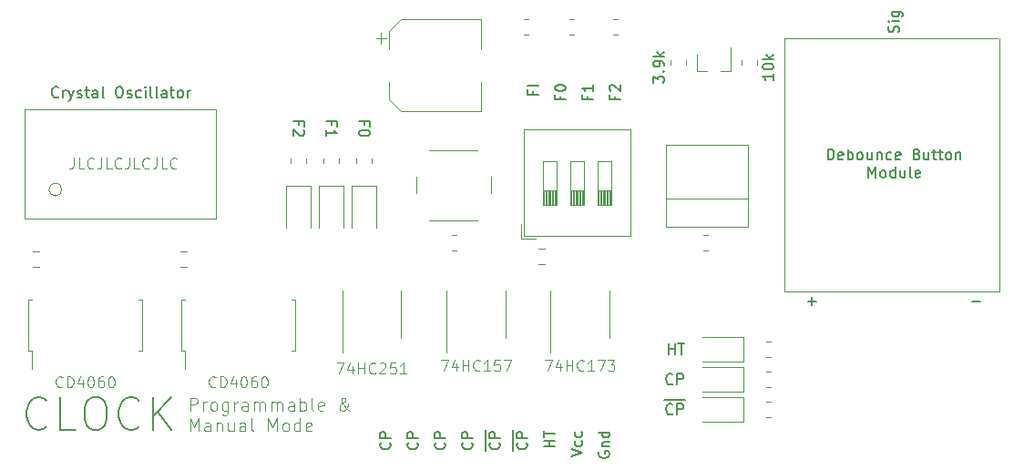
<source format=gbr>
%TF.GenerationSoftware,KiCad,Pcbnew,(5.1.10-1-10_14)*%
%TF.CreationDate,2021-11-14T12:00:46-05:00*%
%TF.ProjectId,clockv2,636c6f63-6b76-4322-9e6b-696361645f70,rev?*%
%TF.SameCoordinates,Original*%
%TF.FileFunction,Legend,Top*%
%TF.FilePolarity,Positive*%
%FSLAX46Y46*%
G04 Gerber Fmt 4.6, Leading zero omitted, Abs format (unit mm)*
G04 Created by KiCad (PCBNEW (5.1.10-1-10_14)) date 2021-11-14 12:00:46*
%MOMM*%
%LPD*%
G01*
G04 APERTURE LIST*
%ADD10C,0.150000*%
%ADD11C,0.100000*%
%ADD12C,0.120000*%
G04 APERTURE END LIST*
D10*
X238466380Y-38197119D02*
X238466380Y-37578071D01*
X238847333Y-37911404D01*
X238847333Y-37768547D01*
X238894952Y-37673309D01*
X238942571Y-37625690D01*
X239037809Y-37578071D01*
X239275904Y-37578071D01*
X239371142Y-37625690D01*
X239418761Y-37673309D01*
X239466380Y-37768547D01*
X239466380Y-38054261D01*
X239418761Y-38149500D01*
X239371142Y-38197119D01*
X239371142Y-37149500D02*
X239418761Y-37101880D01*
X239466380Y-37149500D01*
X239418761Y-37197119D01*
X239371142Y-37149500D01*
X239466380Y-37149500D01*
X239466380Y-36625690D02*
X239466380Y-36435214D01*
X239418761Y-36339976D01*
X239371142Y-36292357D01*
X239228285Y-36197119D01*
X239037809Y-36149500D01*
X238656857Y-36149500D01*
X238561619Y-36197119D01*
X238514000Y-36244738D01*
X238466380Y-36339976D01*
X238466380Y-36530452D01*
X238514000Y-36625690D01*
X238561619Y-36673309D01*
X238656857Y-36720928D01*
X238894952Y-36720928D01*
X238990190Y-36673309D01*
X239037809Y-36625690D01*
X239085428Y-36530452D01*
X239085428Y-36339976D01*
X239037809Y-36244738D01*
X238990190Y-36197119D01*
X238894952Y-36149500D01*
X239466380Y-35720928D02*
X238466380Y-35720928D01*
X239085428Y-35625690D02*
X239466380Y-35339976D01*
X238799714Y-35339976D02*
X239180666Y-35720928D01*
X249626380Y-37355880D02*
X249626380Y-37927309D01*
X249626380Y-37641595D02*
X248626380Y-37641595D01*
X248769238Y-37736833D01*
X248864476Y-37832071D01*
X248912095Y-37927309D01*
X248626380Y-36736833D02*
X248626380Y-36641595D01*
X248674000Y-36546357D01*
X248721619Y-36498738D01*
X248816857Y-36451119D01*
X249007333Y-36403500D01*
X249245428Y-36403500D01*
X249435904Y-36451119D01*
X249531142Y-36498738D01*
X249578761Y-36546357D01*
X249626380Y-36641595D01*
X249626380Y-36736833D01*
X249578761Y-36832071D01*
X249531142Y-36879690D01*
X249435904Y-36927309D01*
X249245428Y-36974928D01*
X249007333Y-36974928D01*
X248816857Y-36927309D01*
X248721619Y-36879690D01*
X248674000Y-36832071D01*
X248626380Y-36736833D01*
X249626380Y-35974928D02*
X248626380Y-35974928D01*
X249245428Y-35879690D02*
X249626380Y-35593976D01*
X248959714Y-35593976D02*
X249340666Y-35974928D01*
X213971142Y-71645976D02*
X214018761Y-71693595D01*
X214066380Y-71836452D01*
X214066380Y-71931690D01*
X214018761Y-72074547D01*
X213923523Y-72169785D01*
X213828285Y-72217404D01*
X213637809Y-72265023D01*
X213494952Y-72265023D01*
X213304476Y-72217404D01*
X213209238Y-72169785D01*
X213114000Y-72074547D01*
X213066380Y-71931690D01*
X213066380Y-71836452D01*
X213114000Y-71693595D01*
X213161619Y-71645976D01*
X214066380Y-71217404D02*
X213066380Y-71217404D01*
X213066380Y-70836452D01*
X213114000Y-70741214D01*
X213161619Y-70693595D01*
X213256857Y-70645976D01*
X213399714Y-70645976D01*
X213494952Y-70693595D01*
X213542571Y-70741214D01*
X213590190Y-70836452D01*
X213590190Y-71217404D01*
X216511142Y-71645976D02*
X216558761Y-71693595D01*
X216606380Y-71836452D01*
X216606380Y-71931690D01*
X216558761Y-72074547D01*
X216463523Y-72169785D01*
X216368285Y-72217404D01*
X216177809Y-72265023D01*
X216034952Y-72265023D01*
X215844476Y-72217404D01*
X215749238Y-72169785D01*
X215654000Y-72074547D01*
X215606380Y-71931690D01*
X215606380Y-71836452D01*
X215654000Y-71693595D01*
X215701619Y-71645976D01*
X216606380Y-71217404D02*
X215606380Y-71217404D01*
X215606380Y-70836452D01*
X215654000Y-70741214D01*
X215701619Y-70693595D01*
X215796857Y-70645976D01*
X215939714Y-70645976D01*
X216034952Y-70693595D01*
X216082571Y-70741214D01*
X216130190Y-70836452D01*
X216130190Y-71217404D01*
X219051142Y-71645976D02*
X219098761Y-71693595D01*
X219146380Y-71836452D01*
X219146380Y-71931690D01*
X219098761Y-72074547D01*
X219003523Y-72169785D01*
X218908285Y-72217404D01*
X218717809Y-72265023D01*
X218574952Y-72265023D01*
X218384476Y-72217404D01*
X218289238Y-72169785D01*
X218194000Y-72074547D01*
X218146380Y-71931690D01*
X218146380Y-71836452D01*
X218194000Y-71693595D01*
X218241619Y-71645976D01*
X219146380Y-71217404D02*
X218146380Y-71217404D01*
X218146380Y-70836452D01*
X218194000Y-70741214D01*
X218241619Y-70693595D01*
X218336857Y-70645976D01*
X218479714Y-70645976D01*
X218574952Y-70693595D01*
X218622571Y-70741214D01*
X218670190Y-70836452D01*
X218670190Y-71217404D01*
X221591142Y-71645976D02*
X221638761Y-71693595D01*
X221686380Y-71836452D01*
X221686380Y-71931690D01*
X221638761Y-72074547D01*
X221543523Y-72169785D01*
X221448285Y-72217404D01*
X221257809Y-72265023D01*
X221114952Y-72265023D01*
X220924476Y-72217404D01*
X220829238Y-72169785D01*
X220734000Y-72074547D01*
X220686380Y-71931690D01*
X220686380Y-71836452D01*
X220734000Y-71693595D01*
X220781619Y-71645976D01*
X221686380Y-71217404D02*
X220686380Y-71217404D01*
X220686380Y-70836452D01*
X220734000Y-70741214D01*
X220781619Y-70693595D01*
X220876857Y-70645976D01*
X221019714Y-70645976D01*
X221114952Y-70693595D01*
X221162571Y-70741214D01*
X221210190Y-70836452D01*
X221210190Y-71217404D01*
X222859000Y-72455500D02*
X222859000Y-71455500D01*
X224131142Y-71645976D02*
X224178761Y-71693595D01*
X224226380Y-71836452D01*
X224226380Y-71931690D01*
X224178761Y-72074547D01*
X224083523Y-72169785D01*
X223988285Y-72217404D01*
X223797809Y-72265023D01*
X223654952Y-72265023D01*
X223464476Y-72217404D01*
X223369238Y-72169785D01*
X223274000Y-72074547D01*
X223226380Y-71931690D01*
X223226380Y-71836452D01*
X223274000Y-71693595D01*
X223321619Y-71645976D01*
X222859000Y-71455500D02*
X222859000Y-70455500D01*
X224226380Y-71217404D02*
X223226380Y-71217404D01*
X223226380Y-70836452D01*
X223274000Y-70741214D01*
X223321619Y-70693595D01*
X223416857Y-70645976D01*
X223559714Y-70645976D01*
X223654952Y-70693595D01*
X223702571Y-70741214D01*
X223750190Y-70836452D01*
X223750190Y-71217404D01*
X225399000Y-72455500D02*
X225399000Y-71455500D01*
X226671142Y-71645976D02*
X226718761Y-71693595D01*
X226766380Y-71836452D01*
X226766380Y-71931690D01*
X226718761Y-72074547D01*
X226623523Y-72169785D01*
X226528285Y-72217404D01*
X226337809Y-72265023D01*
X226194952Y-72265023D01*
X226004476Y-72217404D01*
X225909238Y-72169785D01*
X225814000Y-72074547D01*
X225766380Y-71931690D01*
X225766380Y-71836452D01*
X225814000Y-71693595D01*
X225861619Y-71645976D01*
X225399000Y-71455500D02*
X225399000Y-70455500D01*
X226766380Y-71217404D02*
X225766380Y-71217404D01*
X225766380Y-70836452D01*
X225814000Y-70741214D01*
X225861619Y-70693595D01*
X225956857Y-70645976D01*
X226099714Y-70645976D01*
X226194952Y-70693595D01*
X226242571Y-70741214D01*
X226290190Y-70836452D01*
X226290190Y-71217404D01*
X205557428Y-42098404D02*
X205557428Y-41765071D01*
X205033619Y-41765071D02*
X206033619Y-41765071D01*
X206033619Y-42241261D01*
X205938380Y-42574595D02*
X205986000Y-42622214D01*
X206033619Y-42717452D01*
X206033619Y-42955547D01*
X205986000Y-43050785D01*
X205938380Y-43098404D01*
X205843142Y-43146023D01*
X205747904Y-43146023D01*
X205605047Y-43098404D01*
X205033619Y-42526976D01*
X205033619Y-43146023D01*
X208605428Y-42098404D02*
X208605428Y-41765071D01*
X208081619Y-41765071D02*
X209081619Y-41765071D01*
X209081619Y-42241261D01*
X208081619Y-43146023D02*
X208081619Y-42574595D01*
X208081619Y-42860309D02*
X209081619Y-42860309D01*
X208938761Y-42765071D01*
X208843523Y-42669833D01*
X208795904Y-42574595D01*
X211653428Y-42098404D02*
X211653428Y-41765071D01*
X211129619Y-41765071D02*
X212129619Y-41765071D01*
X212129619Y-42241261D01*
X212129619Y-42812690D02*
X212129619Y-42907928D01*
X212082000Y-43003166D01*
X212034380Y-43050785D01*
X211939142Y-43098404D01*
X211748666Y-43146023D01*
X211510571Y-43146023D01*
X211320095Y-43098404D01*
X211224857Y-43050785D01*
X211177238Y-43003166D01*
X211129619Y-42907928D01*
X211129619Y-42812690D01*
X211177238Y-42717452D01*
X211224857Y-42669833D01*
X211320095Y-42622214D01*
X211510571Y-42574595D01*
X211748666Y-42574595D01*
X211939142Y-42622214D01*
X212034380Y-42669833D01*
X212082000Y-42717452D01*
X212129619Y-42812690D01*
X239456500Y-67665000D02*
X240456500Y-67665000D01*
X240266023Y-68937142D02*
X240218404Y-68984761D01*
X240075547Y-69032380D01*
X239980309Y-69032380D01*
X239837452Y-68984761D01*
X239742214Y-68889523D01*
X239694595Y-68794285D01*
X239646976Y-68603809D01*
X239646976Y-68460952D01*
X239694595Y-68270476D01*
X239742214Y-68175238D01*
X239837452Y-68080000D01*
X239980309Y-68032380D01*
X240075547Y-68032380D01*
X240218404Y-68080000D01*
X240266023Y-68127619D01*
X240456500Y-67665000D02*
X241456500Y-67665000D01*
X240694595Y-69032380D02*
X240694595Y-68032380D01*
X241075547Y-68032380D01*
X241170785Y-68080000D01*
X241218404Y-68127619D01*
X241266023Y-68222857D01*
X241266023Y-68365714D01*
X241218404Y-68460952D01*
X241170785Y-68508571D01*
X241075547Y-68556190D01*
X240694595Y-68556190D01*
X240266023Y-66143142D02*
X240218404Y-66190761D01*
X240075547Y-66238380D01*
X239980309Y-66238380D01*
X239837452Y-66190761D01*
X239742214Y-66095523D01*
X239694595Y-66000285D01*
X239646976Y-65809809D01*
X239646976Y-65666952D01*
X239694595Y-65476476D01*
X239742214Y-65381238D01*
X239837452Y-65286000D01*
X239980309Y-65238380D01*
X240075547Y-65238380D01*
X240218404Y-65286000D01*
X240266023Y-65333619D01*
X240694595Y-66238380D02*
X240694595Y-65238380D01*
X241075547Y-65238380D01*
X241170785Y-65286000D01*
X241218404Y-65333619D01*
X241266023Y-65428857D01*
X241266023Y-65571714D01*
X241218404Y-65666952D01*
X241170785Y-65714571D01*
X241075547Y-65762190D01*
X240694595Y-65762190D01*
X239885071Y-63444380D02*
X239885071Y-62444380D01*
X239885071Y-62920571D02*
X240456500Y-62920571D01*
X240456500Y-63444380D02*
X240456500Y-62444380D01*
X240789833Y-62444380D02*
X241361261Y-62444380D01*
X241075547Y-63444380D02*
X241075547Y-62444380D01*
X233434000Y-72503119D02*
X233386380Y-72598357D01*
X233386380Y-72741214D01*
X233434000Y-72884071D01*
X233529238Y-72979309D01*
X233624476Y-73026928D01*
X233814952Y-73074547D01*
X233957809Y-73074547D01*
X234148285Y-73026928D01*
X234243523Y-72979309D01*
X234338761Y-72884071D01*
X234386380Y-72741214D01*
X234386380Y-72645976D01*
X234338761Y-72503119D01*
X234291142Y-72455500D01*
X233957809Y-72455500D01*
X233957809Y-72645976D01*
X233719714Y-72026928D02*
X234386380Y-72026928D01*
X233814952Y-72026928D02*
X233767333Y-71979309D01*
X233719714Y-71884071D01*
X233719714Y-71741214D01*
X233767333Y-71645976D01*
X233862571Y-71598357D01*
X234386380Y-71598357D01*
X234386380Y-70693595D02*
X233386380Y-70693595D01*
X234338761Y-70693595D02*
X234386380Y-70788833D01*
X234386380Y-70979309D01*
X234338761Y-71074547D01*
X234291142Y-71122166D01*
X234195904Y-71169785D01*
X233910190Y-71169785D01*
X233814952Y-71122166D01*
X233767333Y-71074547D01*
X233719714Y-70979309D01*
X233719714Y-70788833D01*
X233767333Y-70693595D01*
X230846380Y-72931690D02*
X231846380Y-72598357D01*
X230846380Y-72265023D01*
X231798761Y-71503119D02*
X231846380Y-71598357D01*
X231846380Y-71788833D01*
X231798761Y-71884071D01*
X231751142Y-71931690D01*
X231655904Y-71979309D01*
X231370190Y-71979309D01*
X231274952Y-71931690D01*
X231227333Y-71884071D01*
X231179714Y-71788833D01*
X231179714Y-71598357D01*
X231227333Y-71503119D01*
X231798761Y-70645976D02*
X231846380Y-70741214D01*
X231846380Y-70931690D01*
X231798761Y-71026928D01*
X231751142Y-71074547D01*
X231655904Y-71122166D01*
X231370190Y-71122166D01*
X231274952Y-71074547D01*
X231227333Y-71026928D01*
X231179714Y-70931690D01*
X231179714Y-70741214D01*
X231227333Y-70645976D01*
X229306380Y-72026928D02*
X228306380Y-72026928D01*
X228782571Y-72026928D02*
X228782571Y-71455500D01*
X229306380Y-71455500D02*
X228306380Y-71455500D01*
X228306380Y-71122166D02*
X228306380Y-70550738D01*
X229306380Y-70836452D02*
X228306380Y-70836452D01*
X227258571Y-38959404D02*
X227258571Y-39292738D01*
X227782380Y-39292738D02*
X226782380Y-39292738D01*
X226782380Y-38816547D01*
X227782380Y-38435595D02*
X226782380Y-38435595D01*
X234878571Y-39435595D02*
X234878571Y-39768928D01*
X235402380Y-39768928D02*
X234402380Y-39768928D01*
X234402380Y-39292738D01*
X234497619Y-38959404D02*
X234450000Y-38911785D01*
X234402380Y-38816547D01*
X234402380Y-38578452D01*
X234450000Y-38483214D01*
X234497619Y-38435595D01*
X234592857Y-38387976D01*
X234688095Y-38387976D01*
X234830952Y-38435595D01*
X235402380Y-39007023D01*
X235402380Y-38387976D01*
X232338571Y-39435595D02*
X232338571Y-39768928D01*
X232862380Y-39768928D02*
X231862380Y-39768928D01*
X231862380Y-39292738D01*
X232862380Y-38387976D02*
X232862380Y-38959404D01*
X232862380Y-38673690D02*
X231862380Y-38673690D01*
X232005238Y-38768928D01*
X232100476Y-38864166D01*
X232148095Y-38959404D01*
X229798571Y-39435595D02*
X229798571Y-39768928D01*
X230322380Y-39768928D02*
X229322380Y-39768928D01*
X229322380Y-39292738D01*
X229322380Y-38721309D02*
X229322380Y-38626071D01*
X229370000Y-38530833D01*
X229417619Y-38483214D01*
X229512857Y-38435595D01*
X229703333Y-38387976D01*
X229941428Y-38387976D01*
X230131904Y-38435595D01*
X230227142Y-38483214D01*
X230274761Y-38530833D01*
X230322380Y-38626071D01*
X230322380Y-38721309D01*
X230274761Y-38816547D01*
X230227142Y-38864166D01*
X230131904Y-38911785D01*
X229941428Y-38959404D01*
X229703333Y-38959404D01*
X229512857Y-38911785D01*
X229417619Y-38864166D01*
X229370000Y-38816547D01*
X229322380Y-38721309D01*
D11*
X195422714Y-68680857D02*
X195422714Y-67480857D01*
X195879857Y-67480857D01*
X195994142Y-67538000D01*
X196051285Y-67595142D01*
X196108428Y-67709428D01*
X196108428Y-67880857D01*
X196051285Y-67995142D01*
X195994142Y-68052285D01*
X195879857Y-68109428D01*
X195422714Y-68109428D01*
X196622714Y-68680857D02*
X196622714Y-67880857D01*
X196622714Y-68109428D02*
X196679857Y-67995142D01*
X196737000Y-67938000D01*
X196851285Y-67880857D01*
X196965571Y-67880857D01*
X197537000Y-68680857D02*
X197422714Y-68623714D01*
X197365571Y-68566571D01*
X197308428Y-68452285D01*
X197308428Y-68109428D01*
X197365571Y-67995142D01*
X197422714Y-67938000D01*
X197537000Y-67880857D01*
X197708428Y-67880857D01*
X197822714Y-67938000D01*
X197879857Y-67995142D01*
X197937000Y-68109428D01*
X197937000Y-68452285D01*
X197879857Y-68566571D01*
X197822714Y-68623714D01*
X197708428Y-68680857D01*
X197537000Y-68680857D01*
X198965571Y-67880857D02*
X198965571Y-68852285D01*
X198908428Y-68966571D01*
X198851285Y-69023714D01*
X198737000Y-69080857D01*
X198565571Y-69080857D01*
X198451285Y-69023714D01*
X198965571Y-68623714D02*
X198851285Y-68680857D01*
X198622714Y-68680857D01*
X198508428Y-68623714D01*
X198451285Y-68566571D01*
X198394142Y-68452285D01*
X198394142Y-68109428D01*
X198451285Y-67995142D01*
X198508428Y-67938000D01*
X198622714Y-67880857D01*
X198851285Y-67880857D01*
X198965571Y-67938000D01*
X199537000Y-68680857D02*
X199537000Y-67880857D01*
X199537000Y-68109428D02*
X199594142Y-67995142D01*
X199651285Y-67938000D01*
X199765571Y-67880857D01*
X199879857Y-67880857D01*
X200794142Y-68680857D02*
X200794142Y-68052285D01*
X200737000Y-67938000D01*
X200622714Y-67880857D01*
X200394142Y-67880857D01*
X200279857Y-67938000D01*
X200794142Y-68623714D02*
X200679857Y-68680857D01*
X200394142Y-68680857D01*
X200279857Y-68623714D01*
X200222714Y-68509428D01*
X200222714Y-68395142D01*
X200279857Y-68280857D01*
X200394142Y-68223714D01*
X200679857Y-68223714D01*
X200794142Y-68166571D01*
X201365571Y-68680857D02*
X201365571Y-67880857D01*
X201365571Y-67995142D02*
X201422714Y-67938000D01*
X201537000Y-67880857D01*
X201708428Y-67880857D01*
X201822714Y-67938000D01*
X201879857Y-68052285D01*
X201879857Y-68680857D01*
X201879857Y-68052285D02*
X201937000Y-67938000D01*
X202051285Y-67880857D01*
X202222714Y-67880857D01*
X202337000Y-67938000D01*
X202394142Y-68052285D01*
X202394142Y-68680857D01*
X202965571Y-68680857D02*
X202965571Y-67880857D01*
X202965571Y-67995142D02*
X203022714Y-67938000D01*
X203137000Y-67880857D01*
X203308428Y-67880857D01*
X203422714Y-67938000D01*
X203479857Y-68052285D01*
X203479857Y-68680857D01*
X203479857Y-68052285D02*
X203537000Y-67938000D01*
X203651285Y-67880857D01*
X203822714Y-67880857D01*
X203937000Y-67938000D01*
X203994142Y-68052285D01*
X203994142Y-68680857D01*
X205079857Y-68680857D02*
X205079857Y-68052285D01*
X205022714Y-67938000D01*
X204908428Y-67880857D01*
X204679857Y-67880857D01*
X204565571Y-67938000D01*
X205079857Y-68623714D02*
X204965571Y-68680857D01*
X204679857Y-68680857D01*
X204565571Y-68623714D01*
X204508428Y-68509428D01*
X204508428Y-68395142D01*
X204565571Y-68280857D01*
X204679857Y-68223714D01*
X204965571Y-68223714D01*
X205079857Y-68166571D01*
X205651285Y-68680857D02*
X205651285Y-67480857D01*
X205651285Y-67938000D02*
X205765571Y-67880857D01*
X205994142Y-67880857D01*
X206108428Y-67938000D01*
X206165571Y-67995142D01*
X206222714Y-68109428D01*
X206222714Y-68452285D01*
X206165571Y-68566571D01*
X206108428Y-68623714D01*
X205994142Y-68680857D01*
X205765571Y-68680857D01*
X205651285Y-68623714D01*
X206908428Y-68680857D02*
X206794142Y-68623714D01*
X206737000Y-68509428D01*
X206737000Y-67480857D01*
X207822714Y-68623714D02*
X207708428Y-68680857D01*
X207479857Y-68680857D01*
X207365571Y-68623714D01*
X207308428Y-68509428D01*
X207308428Y-68052285D01*
X207365571Y-67938000D01*
X207479857Y-67880857D01*
X207708428Y-67880857D01*
X207822714Y-67938000D01*
X207879857Y-68052285D01*
X207879857Y-68166571D01*
X207308428Y-68280857D01*
X210279857Y-68680857D02*
X210222714Y-68680857D01*
X210108428Y-68623714D01*
X209937000Y-68452285D01*
X209651285Y-68109428D01*
X209537000Y-67938000D01*
X209479857Y-67766571D01*
X209479857Y-67652285D01*
X209537000Y-67538000D01*
X209651285Y-67480857D01*
X209708428Y-67480857D01*
X209822714Y-67538000D01*
X209879857Y-67652285D01*
X209879857Y-67709428D01*
X209822714Y-67823714D01*
X209765571Y-67880857D01*
X209422714Y-68109428D01*
X209365571Y-68166571D01*
X209308428Y-68280857D01*
X209308428Y-68452285D01*
X209365571Y-68566571D01*
X209422714Y-68623714D01*
X209537000Y-68680857D01*
X209708428Y-68680857D01*
X209822714Y-68623714D01*
X209879857Y-68566571D01*
X210051285Y-68338000D01*
X210108428Y-68166571D01*
X210108428Y-68052285D01*
X195422714Y-70580857D02*
X195422714Y-69380857D01*
X195822714Y-70238000D01*
X196222714Y-69380857D01*
X196222714Y-70580857D01*
X197308428Y-70580857D02*
X197308428Y-69952285D01*
X197251285Y-69838000D01*
X197137000Y-69780857D01*
X196908428Y-69780857D01*
X196794142Y-69838000D01*
X197308428Y-70523714D02*
X197194142Y-70580857D01*
X196908428Y-70580857D01*
X196794142Y-70523714D01*
X196737000Y-70409428D01*
X196737000Y-70295142D01*
X196794142Y-70180857D01*
X196908428Y-70123714D01*
X197194142Y-70123714D01*
X197308428Y-70066571D01*
X197879857Y-69780857D02*
X197879857Y-70580857D01*
X197879857Y-69895142D02*
X197937000Y-69838000D01*
X198051285Y-69780857D01*
X198222714Y-69780857D01*
X198337000Y-69838000D01*
X198394142Y-69952285D01*
X198394142Y-70580857D01*
X199479857Y-69780857D02*
X199479857Y-70580857D01*
X198965571Y-69780857D02*
X198965571Y-70409428D01*
X199022714Y-70523714D01*
X199137000Y-70580857D01*
X199308428Y-70580857D01*
X199422714Y-70523714D01*
X199479857Y-70466571D01*
X200565571Y-70580857D02*
X200565571Y-69952285D01*
X200508428Y-69838000D01*
X200394142Y-69780857D01*
X200165571Y-69780857D01*
X200051285Y-69838000D01*
X200565571Y-70523714D02*
X200451285Y-70580857D01*
X200165571Y-70580857D01*
X200051285Y-70523714D01*
X199994142Y-70409428D01*
X199994142Y-70295142D01*
X200051285Y-70180857D01*
X200165571Y-70123714D01*
X200451285Y-70123714D01*
X200565571Y-70066571D01*
X201308428Y-70580857D02*
X201194142Y-70523714D01*
X201137000Y-70409428D01*
X201137000Y-69380857D01*
X202679857Y-70580857D02*
X202679857Y-69380857D01*
X203079857Y-70238000D01*
X203479857Y-69380857D01*
X203479857Y-70580857D01*
X204222714Y-70580857D02*
X204108428Y-70523714D01*
X204051285Y-70466571D01*
X203994142Y-70352285D01*
X203994142Y-70009428D01*
X204051285Y-69895142D01*
X204108428Y-69838000D01*
X204222714Y-69780857D01*
X204394142Y-69780857D01*
X204508428Y-69838000D01*
X204565571Y-69895142D01*
X204622714Y-70009428D01*
X204622714Y-70352285D01*
X204565571Y-70466571D01*
X204508428Y-70523714D01*
X204394142Y-70580857D01*
X204222714Y-70580857D01*
X205651285Y-70580857D02*
X205651285Y-69380857D01*
X205651285Y-70523714D02*
X205537000Y-70580857D01*
X205308428Y-70580857D01*
X205194142Y-70523714D01*
X205137000Y-70466571D01*
X205079857Y-70352285D01*
X205079857Y-70009428D01*
X205137000Y-69895142D01*
X205194142Y-69838000D01*
X205308428Y-69780857D01*
X205537000Y-69780857D01*
X205651285Y-69838000D01*
X206679857Y-70523714D02*
X206565571Y-70580857D01*
X206337000Y-70580857D01*
X206222714Y-70523714D01*
X206165571Y-70409428D01*
X206165571Y-69952285D01*
X206222714Y-69838000D01*
X206337000Y-69780857D01*
X206565571Y-69780857D01*
X206679857Y-69838000D01*
X206737000Y-69952285D01*
X206737000Y-70066571D01*
X206165571Y-70180857D01*
D10*
X182086857Y-70159428D02*
X181944000Y-70302285D01*
X181515428Y-70445142D01*
X181229714Y-70445142D01*
X180801142Y-70302285D01*
X180515428Y-70016571D01*
X180372571Y-69730857D01*
X180229714Y-69159428D01*
X180229714Y-68730857D01*
X180372571Y-68159428D01*
X180515428Y-67873714D01*
X180801142Y-67588000D01*
X181229714Y-67445142D01*
X181515428Y-67445142D01*
X181944000Y-67588000D01*
X182086857Y-67730857D01*
X184801142Y-70445142D02*
X183372571Y-70445142D01*
X183372571Y-67445142D01*
X186372571Y-67445142D02*
X186944000Y-67445142D01*
X187229714Y-67588000D01*
X187515428Y-67873714D01*
X187658285Y-68445142D01*
X187658285Y-69445142D01*
X187515428Y-70016571D01*
X187229714Y-70302285D01*
X186944000Y-70445142D01*
X186372571Y-70445142D01*
X186086857Y-70302285D01*
X185801142Y-70016571D01*
X185658285Y-69445142D01*
X185658285Y-68445142D01*
X185801142Y-67873714D01*
X186086857Y-67588000D01*
X186372571Y-67445142D01*
X190658285Y-70159428D02*
X190515428Y-70302285D01*
X190086857Y-70445142D01*
X189801142Y-70445142D01*
X189372571Y-70302285D01*
X189086857Y-70016571D01*
X188944000Y-69730857D01*
X188801142Y-69159428D01*
X188801142Y-68730857D01*
X188944000Y-68159428D01*
X189086857Y-67873714D01*
X189372571Y-67588000D01*
X189801142Y-67445142D01*
X190086857Y-67445142D01*
X190515428Y-67588000D01*
X190658285Y-67730857D01*
X191944000Y-70445142D02*
X191944000Y-67445142D01*
X193658285Y-70445142D02*
X192372571Y-68730857D01*
X193658285Y-67445142D02*
X191944000Y-69159428D01*
X183190285Y-39473142D02*
X183142666Y-39520761D01*
X182999809Y-39568380D01*
X182904571Y-39568380D01*
X182761714Y-39520761D01*
X182666476Y-39425523D01*
X182618857Y-39330285D01*
X182571238Y-39139809D01*
X182571238Y-38996952D01*
X182618857Y-38806476D01*
X182666476Y-38711238D01*
X182761714Y-38616000D01*
X182904571Y-38568380D01*
X182999809Y-38568380D01*
X183142666Y-38616000D01*
X183190285Y-38663619D01*
X183618857Y-39568380D02*
X183618857Y-38901714D01*
X183618857Y-39092190D02*
X183666476Y-38996952D01*
X183714095Y-38949333D01*
X183809333Y-38901714D01*
X183904571Y-38901714D01*
X184142666Y-38901714D02*
X184380761Y-39568380D01*
X184618857Y-38901714D02*
X184380761Y-39568380D01*
X184285523Y-39806476D01*
X184237904Y-39854095D01*
X184142666Y-39901714D01*
X184952190Y-39520761D02*
X185047428Y-39568380D01*
X185237904Y-39568380D01*
X185333142Y-39520761D01*
X185380761Y-39425523D01*
X185380761Y-39377904D01*
X185333142Y-39282666D01*
X185237904Y-39235047D01*
X185095047Y-39235047D01*
X184999809Y-39187428D01*
X184952190Y-39092190D01*
X184952190Y-39044571D01*
X184999809Y-38949333D01*
X185095047Y-38901714D01*
X185237904Y-38901714D01*
X185333142Y-38949333D01*
X185666476Y-38901714D02*
X186047428Y-38901714D01*
X185809333Y-38568380D02*
X185809333Y-39425523D01*
X185856952Y-39520761D01*
X185952190Y-39568380D01*
X186047428Y-39568380D01*
X186809333Y-39568380D02*
X186809333Y-39044571D01*
X186761714Y-38949333D01*
X186666476Y-38901714D01*
X186476000Y-38901714D01*
X186380761Y-38949333D01*
X186809333Y-39520761D02*
X186714095Y-39568380D01*
X186476000Y-39568380D01*
X186380761Y-39520761D01*
X186333142Y-39425523D01*
X186333142Y-39330285D01*
X186380761Y-39235047D01*
X186476000Y-39187428D01*
X186714095Y-39187428D01*
X186809333Y-39139809D01*
X187428380Y-39568380D02*
X187333142Y-39520761D01*
X187285523Y-39425523D01*
X187285523Y-38568380D01*
X188761714Y-38568380D02*
X188952190Y-38568380D01*
X189047428Y-38616000D01*
X189142666Y-38711238D01*
X189190285Y-38901714D01*
X189190285Y-39235047D01*
X189142666Y-39425523D01*
X189047428Y-39520761D01*
X188952190Y-39568380D01*
X188761714Y-39568380D01*
X188666476Y-39520761D01*
X188571238Y-39425523D01*
X188523619Y-39235047D01*
X188523619Y-38901714D01*
X188571238Y-38711238D01*
X188666476Y-38616000D01*
X188761714Y-38568380D01*
X189571238Y-39520761D02*
X189666476Y-39568380D01*
X189856952Y-39568380D01*
X189952190Y-39520761D01*
X189999809Y-39425523D01*
X189999809Y-39377904D01*
X189952190Y-39282666D01*
X189856952Y-39235047D01*
X189714095Y-39235047D01*
X189618857Y-39187428D01*
X189571238Y-39092190D01*
X189571238Y-39044571D01*
X189618857Y-38949333D01*
X189714095Y-38901714D01*
X189856952Y-38901714D01*
X189952190Y-38949333D01*
X190856952Y-39520761D02*
X190761714Y-39568380D01*
X190571238Y-39568380D01*
X190476000Y-39520761D01*
X190428380Y-39473142D01*
X190380761Y-39377904D01*
X190380761Y-39092190D01*
X190428380Y-38996952D01*
X190476000Y-38949333D01*
X190571238Y-38901714D01*
X190761714Y-38901714D01*
X190856952Y-38949333D01*
X191285523Y-39568380D02*
X191285523Y-38901714D01*
X191285523Y-38568380D02*
X191237904Y-38616000D01*
X191285523Y-38663619D01*
X191333142Y-38616000D01*
X191285523Y-38568380D01*
X191285523Y-38663619D01*
X191904571Y-39568380D02*
X191809333Y-39520761D01*
X191761714Y-39425523D01*
X191761714Y-38568380D01*
X192428380Y-39568380D02*
X192333142Y-39520761D01*
X192285523Y-39425523D01*
X192285523Y-38568380D01*
X193237904Y-39568380D02*
X193237904Y-39044571D01*
X193190285Y-38949333D01*
X193095047Y-38901714D01*
X192904571Y-38901714D01*
X192809333Y-38949333D01*
X193237904Y-39520761D02*
X193142666Y-39568380D01*
X192904571Y-39568380D01*
X192809333Y-39520761D01*
X192761714Y-39425523D01*
X192761714Y-39330285D01*
X192809333Y-39235047D01*
X192904571Y-39187428D01*
X193142666Y-39187428D01*
X193237904Y-39139809D01*
X193571238Y-38901714D02*
X193952190Y-38901714D01*
X193714095Y-38568380D02*
X193714095Y-39425523D01*
X193761714Y-39520761D01*
X193856952Y-39568380D01*
X193952190Y-39568380D01*
X194428380Y-39568380D02*
X194333142Y-39520761D01*
X194285523Y-39473142D01*
X194237904Y-39377904D01*
X194237904Y-39092190D01*
X194285523Y-38996952D01*
X194333142Y-38949333D01*
X194428380Y-38901714D01*
X194571238Y-38901714D01*
X194666476Y-38949333D01*
X194714095Y-38996952D01*
X194761714Y-39092190D01*
X194761714Y-39377904D01*
X194714095Y-39473142D01*
X194666476Y-39520761D01*
X194571238Y-39568380D01*
X194428380Y-39568380D01*
X195190285Y-39568380D02*
X195190285Y-38901714D01*
X195190285Y-39092190D02*
X195237904Y-38996952D01*
X195285523Y-38949333D01*
X195380761Y-38901714D01*
X195476000Y-38901714D01*
X261262761Y-33488190D02*
X261310380Y-33345333D01*
X261310380Y-33107238D01*
X261262761Y-33012000D01*
X261215142Y-32964380D01*
X261119904Y-32916761D01*
X261024666Y-32916761D01*
X260929428Y-32964380D01*
X260881809Y-33012000D01*
X260834190Y-33107238D01*
X260786571Y-33297714D01*
X260738952Y-33392952D01*
X260691333Y-33440571D01*
X260596095Y-33488190D01*
X260500857Y-33488190D01*
X260405619Y-33440571D01*
X260358000Y-33392952D01*
X260310380Y-33297714D01*
X260310380Y-33059619D01*
X260358000Y-32916761D01*
X261310380Y-32488190D02*
X260643714Y-32488190D01*
X260310380Y-32488190D02*
X260358000Y-32535809D01*
X260405619Y-32488190D01*
X260358000Y-32440571D01*
X260310380Y-32488190D01*
X260405619Y-32488190D01*
X260643714Y-31583428D02*
X261453238Y-31583428D01*
X261548476Y-31631047D01*
X261596095Y-31678666D01*
X261643714Y-31773904D01*
X261643714Y-31916761D01*
X261596095Y-32012000D01*
X261262761Y-31583428D02*
X261310380Y-31678666D01*
X261310380Y-31869142D01*
X261262761Y-31964380D01*
X261215142Y-32012000D01*
X261119904Y-32059619D01*
X260834190Y-32059619D01*
X260738952Y-32012000D01*
X260691333Y-31964380D01*
X260643714Y-31869142D01*
X260643714Y-31678666D01*
X260691333Y-31583428D01*
X252857047Y-58491428D02*
X253618952Y-58491428D01*
X253238000Y-58872380D02*
X253238000Y-58110476D01*
X268097047Y-58491428D02*
X268858952Y-58491428D01*
X254691333Y-45347380D02*
X254691333Y-44347380D01*
X254929428Y-44347380D01*
X255072285Y-44395000D01*
X255167523Y-44490238D01*
X255215142Y-44585476D01*
X255262761Y-44775952D01*
X255262761Y-44918809D01*
X255215142Y-45109285D01*
X255167523Y-45204523D01*
X255072285Y-45299761D01*
X254929428Y-45347380D01*
X254691333Y-45347380D01*
X256072285Y-45299761D02*
X255977047Y-45347380D01*
X255786571Y-45347380D01*
X255691333Y-45299761D01*
X255643714Y-45204523D01*
X255643714Y-44823571D01*
X255691333Y-44728333D01*
X255786571Y-44680714D01*
X255977047Y-44680714D01*
X256072285Y-44728333D01*
X256119904Y-44823571D01*
X256119904Y-44918809D01*
X255643714Y-45014047D01*
X256548476Y-45347380D02*
X256548476Y-44347380D01*
X256548476Y-44728333D02*
X256643714Y-44680714D01*
X256834190Y-44680714D01*
X256929428Y-44728333D01*
X256977047Y-44775952D01*
X257024666Y-44871190D01*
X257024666Y-45156904D01*
X256977047Y-45252142D01*
X256929428Y-45299761D01*
X256834190Y-45347380D01*
X256643714Y-45347380D01*
X256548476Y-45299761D01*
X257596095Y-45347380D02*
X257500857Y-45299761D01*
X257453238Y-45252142D01*
X257405619Y-45156904D01*
X257405619Y-44871190D01*
X257453238Y-44775952D01*
X257500857Y-44728333D01*
X257596095Y-44680714D01*
X257738952Y-44680714D01*
X257834190Y-44728333D01*
X257881809Y-44775952D01*
X257929428Y-44871190D01*
X257929428Y-45156904D01*
X257881809Y-45252142D01*
X257834190Y-45299761D01*
X257738952Y-45347380D01*
X257596095Y-45347380D01*
X258786571Y-44680714D02*
X258786571Y-45347380D01*
X258358000Y-44680714D02*
X258358000Y-45204523D01*
X258405619Y-45299761D01*
X258500857Y-45347380D01*
X258643714Y-45347380D01*
X258738952Y-45299761D01*
X258786571Y-45252142D01*
X259262761Y-44680714D02*
X259262761Y-45347380D01*
X259262761Y-44775952D02*
X259310380Y-44728333D01*
X259405619Y-44680714D01*
X259548476Y-44680714D01*
X259643714Y-44728333D01*
X259691333Y-44823571D01*
X259691333Y-45347380D01*
X260596095Y-45299761D02*
X260500857Y-45347380D01*
X260310380Y-45347380D01*
X260215142Y-45299761D01*
X260167523Y-45252142D01*
X260119904Y-45156904D01*
X260119904Y-44871190D01*
X260167523Y-44775952D01*
X260215142Y-44728333D01*
X260310380Y-44680714D01*
X260500857Y-44680714D01*
X260596095Y-44728333D01*
X261405619Y-45299761D02*
X261310380Y-45347380D01*
X261119904Y-45347380D01*
X261024666Y-45299761D01*
X260977047Y-45204523D01*
X260977047Y-44823571D01*
X261024666Y-44728333D01*
X261119904Y-44680714D01*
X261310380Y-44680714D01*
X261405619Y-44728333D01*
X261453238Y-44823571D01*
X261453238Y-44918809D01*
X260977047Y-45014047D01*
X262977047Y-44823571D02*
X263119904Y-44871190D01*
X263167523Y-44918809D01*
X263215142Y-45014047D01*
X263215142Y-45156904D01*
X263167523Y-45252142D01*
X263119904Y-45299761D01*
X263024666Y-45347380D01*
X262643714Y-45347380D01*
X262643714Y-44347380D01*
X262977047Y-44347380D01*
X263072285Y-44395000D01*
X263119904Y-44442619D01*
X263167523Y-44537857D01*
X263167523Y-44633095D01*
X263119904Y-44728333D01*
X263072285Y-44775952D01*
X262977047Y-44823571D01*
X262643714Y-44823571D01*
X264072285Y-44680714D02*
X264072285Y-45347380D01*
X263643714Y-44680714D02*
X263643714Y-45204523D01*
X263691333Y-45299761D01*
X263786571Y-45347380D01*
X263929428Y-45347380D01*
X264024666Y-45299761D01*
X264072285Y-45252142D01*
X264405619Y-44680714D02*
X264786571Y-44680714D01*
X264548476Y-44347380D02*
X264548476Y-45204523D01*
X264596095Y-45299761D01*
X264691333Y-45347380D01*
X264786571Y-45347380D01*
X264977047Y-44680714D02*
X265358000Y-44680714D01*
X265119904Y-44347380D02*
X265119904Y-45204523D01*
X265167523Y-45299761D01*
X265262761Y-45347380D01*
X265358000Y-45347380D01*
X265834190Y-45347380D02*
X265738952Y-45299761D01*
X265691333Y-45252142D01*
X265643714Y-45156904D01*
X265643714Y-44871190D01*
X265691333Y-44775952D01*
X265738952Y-44728333D01*
X265834190Y-44680714D01*
X265977047Y-44680714D01*
X266072285Y-44728333D01*
X266119904Y-44775952D01*
X266167523Y-44871190D01*
X266167523Y-45156904D01*
X266119904Y-45252142D01*
X266072285Y-45299761D01*
X265977047Y-45347380D01*
X265834190Y-45347380D01*
X266596095Y-44680714D02*
X266596095Y-45347380D01*
X266596095Y-44775952D02*
X266643714Y-44728333D01*
X266738952Y-44680714D01*
X266881809Y-44680714D01*
X266977047Y-44728333D01*
X267024666Y-44823571D01*
X267024666Y-45347380D01*
X258477047Y-46997380D02*
X258477047Y-45997380D01*
X258810380Y-46711666D01*
X259143714Y-45997380D01*
X259143714Y-46997380D01*
X259762761Y-46997380D02*
X259667523Y-46949761D01*
X259619904Y-46902142D01*
X259572285Y-46806904D01*
X259572285Y-46521190D01*
X259619904Y-46425952D01*
X259667523Y-46378333D01*
X259762761Y-46330714D01*
X259905619Y-46330714D01*
X260000857Y-46378333D01*
X260048476Y-46425952D01*
X260096095Y-46521190D01*
X260096095Y-46806904D01*
X260048476Y-46902142D01*
X260000857Y-46949761D01*
X259905619Y-46997380D01*
X259762761Y-46997380D01*
X260953238Y-46997380D02*
X260953238Y-45997380D01*
X260953238Y-46949761D02*
X260858000Y-46997380D01*
X260667523Y-46997380D01*
X260572285Y-46949761D01*
X260524666Y-46902142D01*
X260477047Y-46806904D01*
X260477047Y-46521190D01*
X260524666Y-46425952D01*
X260572285Y-46378333D01*
X260667523Y-46330714D01*
X260858000Y-46330714D01*
X260953238Y-46378333D01*
X261858000Y-46330714D02*
X261858000Y-46997380D01*
X261429428Y-46330714D02*
X261429428Y-46854523D01*
X261477047Y-46949761D01*
X261572285Y-46997380D01*
X261715142Y-46997380D01*
X261810380Y-46949761D01*
X261858000Y-46902142D01*
X262477047Y-46997380D02*
X262381809Y-46949761D01*
X262334190Y-46854523D01*
X262334190Y-45997380D01*
X263238952Y-46949761D02*
X263143714Y-46997380D01*
X262953238Y-46997380D01*
X262858000Y-46949761D01*
X262810380Y-46854523D01*
X262810380Y-46473571D01*
X262858000Y-46378333D01*
X262953238Y-46330714D01*
X263143714Y-46330714D01*
X263238952Y-46378333D01*
X263286571Y-46473571D01*
X263286571Y-46568809D01*
X262810380Y-46664047D01*
D11*
X184610952Y-45172380D02*
X184610952Y-45886666D01*
X184563333Y-46029523D01*
X184468095Y-46124761D01*
X184325238Y-46172380D01*
X184230000Y-46172380D01*
X185563333Y-46172380D02*
X185087142Y-46172380D01*
X185087142Y-45172380D01*
X186468095Y-46077142D02*
X186420476Y-46124761D01*
X186277619Y-46172380D01*
X186182380Y-46172380D01*
X186039523Y-46124761D01*
X185944285Y-46029523D01*
X185896666Y-45934285D01*
X185849047Y-45743809D01*
X185849047Y-45600952D01*
X185896666Y-45410476D01*
X185944285Y-45315238D01*
X186039523Y-45220000D01*
X186182380Y-45172380D01*
X186277619Y-45172380D01*
X186420476Y-45220000D01*
X186468095Y-45267619D01*
X187182380Y-45172380D02*
X187182380Y-45886666D01*
X187134761Y-46029523D01*
X187039523Y-46124761D01*
X186896666Y-46172380D01*
X186801428Y-46172380D01*
X188134761Y-46172380D02*
X187658571Y-46172380D01*
X187658571Y-45172380D01*
X189039523Y-46077142D02*
X188991904Y-46124761D01*
X188849047Y-46172380D01*
X188753809Y-46172380D01*
X188610952Y-46124761D01*
X188515714Y-46029523D01*
X188468095Y-45934285D01*
X188420476Y-45743809D01*
X188420476Y-45600952D01*
X188468095Y-45410476D01*
X188515714Y-45315238D01*
X188610952Y-45220000D01*
X188753809Y-45172380D01*
X188849047Y-45172380D01*
X188991904Y-45220000D01*
X189039523Y-45267619D01*
X189753809Y-45172380D02*
X189753809Y-45886666D01*
X189706190Y-46029523D01*
X189610952Y-46124761D01*
X189468095Y-46172380D01*
X189372857Y-46172380D01*
X190706190Y-46172380D02*
X190230000Y-46172380D01*
X190230000Y-45172380D01*
X191610952Y-46077142D02*
X191563333Y-46124761D01*
X191420476Y-46172380D01*
X191325238Y-46172380D01*
X191182380Y-46124761D01*
X191087142Y-46029523D01*
X191039523Y-45934285D01*
X190991904Y-45743809D01*
X190991904Y-45600952D01*
X191039523Y-45410476D01*
X191087142Y-45315238D01*
X191182380Y-45220000D01*
X191325238Y-45172380D01*
X191420476Y-45172380D01*
X191563333Y-45220000D01*
X191610952Y-45267619D01*
X192325238Y-45172380D02*
X192325238Y-45886666D01*
X192277619Y-46029523D01*
X192182380Y-46124761D01*
X192039523Y-46172380D01*
X191944285Y-46172380D01*
X193277619Y-46172380D02*
X192801428Y-46172380D01*
X192801428Y-45172380D01*
X194182380Y-46077142D02*
X194134761Y-46124761D01*
X193991904Y-46172380D01*
X193896666Y-46172380D01*
X193753809Y-46124761D01*
X193658571Y-46029523D01*
X193610952Y-45934285D01*
X193563333Y-45743809D01*
X193563333Y-45600952D01*
X193610952Y-45410476D01*
X193658571Y-45315238D01*
X193753809Y-45220000D01*
X193896666Y-45172380D01*
X193991904Y-45172380D01*
X194134761Y-45220000D01*
X194182380Y-45267619D01*
D12*
%TO.C,U6*%
X194918000Y-63091000D02*
X194918000Y-64756000D01*
X194638000Y-63091000D02*
X194918000Y-63091000D01*
X194638000Y-60706000D02*
X194638000Y-63091000D01*
X194638000Y-58321000D02*
X194918000Y-58321000D01*
X194638000Y-60706000D02*
X194638000Y-58321000D01*
X205158000Y-63091000D02*
X204878000Y-63091000D01*
X205158000Y-60706000D02*
X205158000Y-63091000D01*
X205158000Y-58321000D02*
X204878000Y-58321000D01*
X205158000Y-60706000D02*
X205158000Y-58321000D01*
%TO.C,U3*%
X180694000Y-63091000D02*
X180694000Y-64756000D01*
X180414000Y-63091000D02*
X180694000Y-63091000D01*
X180414000Y-60706000D02*
X180414000Y-63091000D01*
X180414000Y-58321000D02*
X180694000Y-58321000D01*
X180414000Y-60706000D02*
X180414000Y-58321000D01*
X190934000Y-63091000D02*
X190654000Y-63091000D01*
X190934000Y-60706000D02*
X190934000Y-63091000D01*
X190934000Y-58321000D02*
X190654000Y-58321000D01*
X190934000Y-60706000D02*
X190934000Y-58321000D01*
%TO.C,R10*%
X240057000Y-36549064D02*
X240057000Y-36094936D01*
X241527000Y-36549064D02*
X241527000Y-36094936D01*
%TO.C,R9*%
X246661000Y-36549064D02*
X246661000Y-36094936D01*
X248131000Y-36549064D02*
X248131000Y-36094936D01*
%TO.C,Q1*%
X242514000Y-37082000D02*
X243444000Y-37082000D01*
X245674000Y-37082000D02*
X244744000Y-37082000D01*
X245674000Y-37082000D02*
X245674000Y-34922000D01*
X242514000Y-37082000D02*
X242514000Y-35622000D01*
%TO.C,U13*%
X243002000Y-66921000D02*
X246887000Y-66921000D01*
X246887000Y-66921000D02*
X246887000Y-64651000D01*
X246887000Y-64651000D02*
X243002000Y-64651000D01*
%TO.C,U12*%
X243002000Y-69715000D02*
X246887000Y-69715000D01*
X246887000Y-69715000D02*
X246887000Y-67445000D01*
X246887000Y-67445000D02*
X243002000Y-67445000D01*
%TO.C,U11*%
X243002000Y-64127000D02*
X246887000Y-64127000D01*
X246887000Y-64127000D02*
X246887000Y-61857000D01*
X246887000Y-61857000D02*
X243002000Y-61857000D01*
%TO.C,U10*%
X224712000Y-59690000D02*
X224712000Y-57490000D01*
X224712000Y-59690000D02*
X224712000Y-61890000D01*
X219242000Y-59690000D02*
X219242000Y-57490000D01*
X219242000Y-59690000D02*
X219242000Y-63290000D01*
%TO.C,U9*%
X215041000Y-59690000D02*
X215041000Y-57490000D01*
X215041000Y-59690000D02*
X215041000Y-61890000D01*
X209571000Y-59690000D02*
X209571000Y-57490000D01*
X209571000Y-59690000D02*
X209571000Y-63290000D01*
%TO.C,U8*%
X206621000Y-51638000D02*
X206621000Y-47753000D01*
X206621000Y-47753000D02*
X204351000Y-47753000D01*
X204351000Y-47753000D02*
X204351000Y-51638000D01*
%TO.C,U5*%
X212717000Y-51638000D02*
X212717000Y-47753000D01*
X212717000Y-47753000D02*
X210447000Y-47753000D01*
X210447000Y-47753000D02*
X210447000Y-51638000D01*
%TO.C,U4*%
X209669000Y-51638000D02*
X209669000Y-47753000D01*
X209669000Y-47753000D02*
X207399000Y-47753000D01*
X207399000Y-47753000D02*
X207399000Y-51638000D01*
%TO.C,U2*%
X234383000Y-59690000D02*
X234383000Y-57490000D01*
X234383000Y-59690000D02*
X234383000Y-61890000D01*
X228913000Y-59690000D02*
X228913000Y-57490000D01*
X228913000Y-59690000D02*
X228913000Y-63290000D01*
%TO.C,SW3*%
X226434000Y-52448000D02*
X226434000Y-42548000D01*
X236354000Y-52448000D02*
X236354000Y-42548000D01*
X226434000Y-52448000D02*
X236354000Y-52448000D01*
X226434000Y-42548000D02*
X236354000Y-42548000D01*
X226194000Y-52688000D02*
X226194000Y-51304000D01*
X226194000Y-52688000D02*
X227577000Y-52688000D01*
X228219000Y-49528000D02*
X229489000Y-49528000D01*
X229489000Y-49528000D02*
X229489000Y-45468000D01*
X229489000Y-45468000D02*
X228219000Y-45468000D01*
X228219000Y-45468000D02*
X228219000Y-49528000D01*
X228339000Y-49528000D02*
X228339000Y-48174667D01*
X228459000Y-49528000D02*
X228459000Y-48174667D01*
X228579000Y-49528000D02*
X228579000Y-48174667D01*
X228699000Y-49528000D02*
X228699000Y-48174667D01*
X228819000Y-49528000D02*
X228819000Y-48174667D01*
X228939000Y-49528000D02*
X228939000Y-48174667D01*
X229059000Y-49528000D02*
X229059000Y-48174667D01*
X229179000Y-49528000D02*
X229179000Y-48174667D01*
X229299000Y-49528000D02*
X229299000Y-48174667D01*
X229419000Y-49528000D02*
X229419000Y-48174667D01*
X228219000Y-48174667D02*
X229489000Y-48174667D01*
X230759000Y-49528000D02*
X232029000Y-49528000D01*
X232029000Y-49528000D02*
X232029000Y-45468000D01*
X232029000Y-45468000D02*
X230759000Y-45468000D01*
X230759000Y-45468000D02*
X230759000Y-49528000D01*
X230879000Y-49528000D02*
X230879000Y-48174667D01*
X230999000Y-49528000D02*
X230999000Y-48174667D01*
X231119000Y-49528000D02*
X231119000Y-48174667D01*
X231239000Y-49528000D02*
X231239000Y-48174667D01*
X231359000Y-49528000D02*
X231359000Y-48174667D01*
X231479000Y-49528000D02*
X231479000Y-48174667D01*
X231599000Y-49528000D02*
X231599000Y-48174667D01*
X231719000Y-49528000D02*
X231719000Y-48174667D01*
X231839000Y-49528000D02*
X231839000Y-48174667D01*
X231959000Y-49528000D02*
X231959000Y-48174667D01*
X230759000Y-48174667D02*
X232029000Y-48174667D01*
X233299000Y-49528000D02*
X234569000Y-49528000D01*
X234569000Y-49528000D02*
X234569000Y-45468000D01*
X234569000Y-45468000D02*
X233299000Y-45468000D01*
X233299000Y-45468000D02*
X233299000Y-49528000D01*
X233419000Y-49528000D02*
X233419000Y-48174667D01*
X233539000Y-49528000D02*
X233539000Y-48174667D01*
X233659000Y-49528000D02*
X233659000Y-48174667D01*
X233779000Y-49528000D02*
X233779000Y-48174667D01*
X233899000Y-49528000D02*
X233899000Y-48174667D01*
X234019000Y-49528000D02*
X234019000Y-48174667D01*
X234139000Y-49528000D02*
X234139000Y-48174667D01*
X234259000Y-49528000D02*
X234259000Y-48174667D01*
X234379000Y-49528000D02*
X234379000Y-48174667D01*
X234499000Y-49528000D02*
X234499000Y-48174667D01*
X233299000Y-48174667D02*
X234569000Y-48174667D01*
%TO.C,SW2*%
X247282000Y-51562000D02*
X239662000Y-51562000D01*
X239662000Y-43942000D02*
X239662000Y-51562000D01*
X239662000Y-43942000D02*
X247282000Y-43942000D01*
X247282000Y-51562000D02*
X247282000Y-43942000D01*
X247282000Y-48984000D02*
X239662000Y-48984000D01*
%TO.C,SW1*%
X217662000Y-50966000D02*
X222162000Y-50966000D01*
X216412000Y-46966000D02*
X216412000Y-48466000D01*
X222162000Y-44466000D02*
X217662000Y-44466000D01*
X223412000Y-48466000D02*
X223412000Y-46966000D01*
%TO.C,R13*%
X234722936Y-32285000D02*
X235177064Y-32285000D01*
X234722936Y-33755000D02*
X235177064Y-33755000D01*
%TO.C,R12*%
X230658936Y-32285000D02*
X231113064Y-32285000D01*
X230658936Y-33755000D02*
X231113064Y-33755000D01*
%TO.C,R11*%
X226444436Y-32285000D02*
X226898564Y-32285000D01*
X226444436Y-33755000D02*
X226898564Y-33755000D01*
%TO.C,R8*%
X249401064Y-66521000D02*
X248946936Y-66521000D01*
X249401064Y-65051000D02*
X248946936Y-65051000D01*
%TO.C,R7*%
X249401064Y-69315000D02*
X248946936Y-69315000D01*
X249401064Y-67845000D02*
X248946936Y-67845000D01*
%TO.C,R6*%
X243104936Y-52351000D02*
X243559064Y-52351000D01*
X243104936Y-53821000D02*
X243559064Y-53821000D01*
%TO.C,R5*%
X248946936Y-62257000D02*
X249401064Y-62257000D01*
X248946936Y-63727000D02*
X249401064Y-63727000D01*
%TO.C,R4*%
X210847000Y-45693064D02*
X210847000Y-45238936D01*
X212317000Y-45693064D02*
X212317000Y-45238936D01*
%TO.C,R3*%
X207799000Y-45693064D02*
X207799000Y-45238936D01*
X209269000Y-45693064D02*
X209269000Y-45238936D01*
%TO.C,R2*%
X204751000Y-45693064D02*
X204751000Y-45238936D01*
X206221000Y-45693064D02*
X206221000Y-45238936D01*
%TO.C,R1*%
X219736936Y-52351000D02*
X220191064Y-52351000D01*
X219736936Y-53821000D02*
X220191064Y-53821000D01*
%TO.C,C5*%
X222446000Y-40836000D02*
X222446000Y-38086000D01*
X222446000Y-32316000D02*
X222446000Y-35066000D01*
X214990437Y-32316000D02*
X222446000Y-32316000D01*
X214990437Y-40836000D02*
X222446000Y-40836000D01*
X213926000Y-39771563D02*
X213926000Y-38086000D01*
X213926000Y-33380437D02*
X213926000Y-35066000D01*
X213926000Y-33380437D02*
X214990437Y-32316000D01*
X213926000Y-39771563D02*
X214990437Y-40836000D01*
X212686000Y-34066000D02*
X213686000Y-34066000D01*
X213186000Y-33566000D02*
X213186000Y-34566000D01*
%TO.C,C3*%
X195079252Y-55345000D02*
X194556748Y-55345000D01*
X195079252Y-53875000D02*
X194556748Y-53875000D01*
%TO.C,C2*%
X228353252Y-55091000D02*
X227830748Y-55091000D01*
X228353252Y-53621000D02*
X227830748Y-53621000D01*
%TO.C,C1*%
X181363252Y-55345000D02*
X180840748Y-55345000D01*
X181363252Y-53875000D02*
X180840748Y-53875000D01*
%TO.C,U1*%
X183516000Y-48120000D02*
G75*
G03*
X183516000Y-48120000I-600000J0D01*
G01*
X180086000Y-40640000D02*
X180086000Y-45720000D01*
X197866000Y-40640000D02*
X180086000Y-40640000D01*
X197866000Y-50800000D02*
X197866000Y-40640000D01*
X180086000Y-50800000D02*
X197866000Y-50800000D01*
X180086000Y-45720000D02*
X180086000Y-50800000D01*
%TO.C,U7*%
X260764000Y-34032000D02*
X268274000Y-34032000D01*
X268274000Y-34032000D02*
X270434000Y-34032000D01*
X270604000Y-34022000D02*
X270604000Y-57612000D01*
X270434000Y-57622000D02*
X251674000Y-57622000D01*
X250698000Y-57622000D02*
X250698000Y-34172000D01*
X251674000Y-34032000D02*
X260764000Y-34032000D01*
X250698000Y-57622000D02*
X251674000Y-57622000D01*
X270434000Y-57622000D02*
X270604000Y-57622000D01*
X250698000Y-34172000D02*
X250698000Y-34062000D01*
X250698000Y-34062000D02*
X250698000Y-34042000D01*
X250698000Y-34042000D02*
X250698000Y-34032000D01*
X250698000Y-34032000D02*
X251674000Y-34032000D01*
%TO.C,U6*%
D11*
X197802761Y-66397142D02*
X197755142Y-66444761D01*
X197612285Y-66492380D01*
X197517047Y-66492380D01*
X197374190Y-66444761D01*
X197278952Y-66349523D01*
X197231333Y-66254285D01*
X197183714Y-66063809D01*
X197183714Y-65920952D01*
X197231333Y-65730476D01*
X197278952Y-65635238D01*
X197374190Y-65540000D01*
X197517047Y-65492380D01*
X197612285Y-65492380D01*
X197755142Y-65540000D01*
X197802761Y-65587619D01*
X198231333Y-66492380D02*
X198231333Y-65492380D01*
X198469428Y-65492380D01*
X198612285Y-65540000D01*
X198707523Y-65635238D01*
X198755142Y-65730476D01*
X198802761Y-65920952D01*
X198802761Y-66063809D01*
X198755142Y-66254285D01*
X198707523Y-66349523D01*
X198612285Y-66444761D01*
X198469428Y-66492380D01*
X198231333Y-66492380D01*
X199659904Y-65825714D02*
X199659904Y-66492380D01*
X199421809Y-65444761D02*
X199183714Y-66159047D01*
X199802761Y-66159047D01*
X200374190Y-65492380D02*
X200469428Y-65492380D01*
X200564666Y-65540000D01*
X200612285Y-65587619D01*
X200659904Y-65682857D01*
X200707523Y-65873333D01*
X200707523Y-66111428D01*
X200659904Y-66301904D01*
X200612285Y-66397142D01*
X200564666Y-66444761D01*
X200469428Y-66492380D01*
X200374190Y-66492380D01*
X200278952Y-66444761D01*
X200231333Y-66397142D01*
X200183714Y-66301904D01*
X200136095Y-66111428D01*
X200136095Y-65873333D01*
X200183714Y-65682857D01*
X200231333Y-65587619D01*
X200278952Y-65540000D01*
X200374190Y-65492380D01*
X201564666Y-65492380D02*
X201374190Y-65492380D01*
X201278952Y-65540000D01*
X201231333Y-65587619D01*
X201136095Y-65730476D01*
X201088476Y-65920952D01*
X201088476Y-66301904D01*
X201136095Y-66397142D01*
X201183714Y-66444761D01*
X201278952Y-66492380D01*
X201469428Y-66492380D01*
X201564666Y-66444761D01*
X201612285Y-66397142D01*
X201659904Y-66301904D01*
X201659904Y-66063809D01*
X201612285Y-65968571D01*
X201564666Y-65920952D01*
X201469428Y-65873333D01*
X201278952Y-65873333D01*
X201183714Y-65920952D01*
X201136095Y-65968571D01*
X201088476Y-66063809D01*
X202278952Y-65492380D02*
X202374190Y-65492380D01*
X202469428Y-65540000D01*
X202517047Y-65587619D01*
X202564666Y-65682857D01*
X202612285Y-65873333D01*
X202612285Y-66111428D01*
X202564666Y-66301904D01*
X202517047Y-66397142D01*
X202469428Y-66444761D01*
X202374190Y-66492380D01*
X202278952Y-66492380D01*
X202183714Y-66444761D01*
X202136095Y-66397142D01*
X202088476Y-66301904D01*
X202040857Y-66111428D01*
X202040857Y-65873333D01*
X202088476Y-65682857D01*
X202136095Y-65587619D01*
X202183714Y-65540000D01*
X202278952Y-65492380D01*
%TO.C,U3*%
X183578761Y-66397142D02*
X183531142Y-66444761D01*
X183388285Y-66492380D01*
X183293047Y-66492380D01*
X183150190Y-66444761D01*
X183054952Y-66349523D01*
X183007333Y-66254285D01*
X182959714Y-66063809D01*
X182959714Y-65920952D01*
X183007333Y-65730476D01*
X183054952Y-65635238D01*
X183150190Y-65540000D01*
X183293047Y-65492380D01*
X183388285Y-65492380D01*
X183531142Y-65540000D01*
X183578761Y-65587619D01*
X184007333Y-66492380D02*
X184007333Y-65492380D01*
X184245428Y-65492380D01*
X184388285Y-65540000D01*
X184483523Y-65635238D01*
X184531142Y-65730476D01*
X184578761Y-65920952D01*
X184578761Y-66063809D01*
X184531142Y-66254285D01*
X184483523Y-66349523D01*
X184388285Y-66444761D01*
X184245428Y-66492380D01*
X184007333Y-66492380D01*
X185435904Y-65825714D02*
X185435904Y-66492380D01*
X185197809Y-65444761D02*
X184959714Y-66159047D01*
X185578761Y-66159047D01*
X186150190Y-65492380D02*
X186245428Y-65492380D01*
X186340666Y-65540000D01*
X186388285Y-65587619D01*
X186435904Y-65682857D01*
X186483523Y-65873333D01*
X186483523Y-66111428D01*
X186435904Y-66301904D01*
X186388285Y-66397142D01*
X186340666Y-66444761D01*
X186245428Y-66492380D01*
X186150190Y-66492380D01*
X186054952Y-66444761D01*
X186007333Y-66397142D01*
X185959714Y-66301904D01*
X185912095Y-66111428D01*
X185912095Y-65873333D01*
X185959714Y-65682857D01*
X186007333Y-65587619D01*
X186054952Y-65540000D01*
X186150190Y-65492380D01*
X187340666Y-65492380D02*
X187150190Y-65492380D01*
X187054952Y-65540000D01*
X187007333Y-65587619D01*
X186912095Y-65730476D01*
X186864476Y-65920952D01*
X186864476Y-66301904D01*
X186912095Y-66397142D01*
X186959714Y-66444761D01*
X187054952Y-66492380D01*
X187245428Y-66492380D01*
X187340666Y-66444761D01*
X187388285Y-66397142D01*
X187435904Y-66301904D01*
X187435904Y-66063809D01*
X187388285Y-65968571D01*
X187340666Y-65920952D01*
X187245428Y-65873333D01*
X187054952Y-65873333D01*
X186959714Y-65920952D01*
X186912095Y-65968571D01*
X186864476Y-66063809D01*
X188054952Y-65492380D02*
X188150190Y-65492380D01*
X188245428Y-65540000D01*
X188293047Y-65587619D01*
X188340666Y-65682857D01*
X188388285Y-65873333D01*
X188388285Y-66111428D01*
X188340666Y-66301904D01*
X188293047Y-66397142D01*
X188245428Y-66444761D01*
X188150190Y-66492380D01*
X188054952Y-66492380D01*
X187959714Y-66444761D01*
X187912095Y-66397142D01*
X187864476Y-66301904D01*
X187816857Y-66111428D01*
X187816857Y-65873333D01*
X187864476Y-65682857D01*
X187912095Y-65587619D01*
X187959714Y-65540000D01*
X188054952Y-65492380D01*
%TO.C,U10*%
X218734095Y-63968380D02*
X219400761Y-63968380D01*
X218972190Y-64968380D01*
X220210285Y-64301714D02*
X220210285Y-64968380D01*
X219972190Y-63920761D02*
X219734095Y-64635047D01*
X220353142Y-64635047D01*
X220734095Y-64968380D02*
X220734095Y-63968380D01*
X220734095Y-64444571D02*
X221305523Y-64444571D01*
X221305523Y-64968380D02*
X221305523Y-63968380D01*
X222353142Y-64873142D02*
X222305523Y-64920761D01*
X222162666Y-64968380D01*
X222067428Y-64968380D01*
X221924571Y-64920761D01*
X221829333Y-64825523D01*
X221781714Y-64730285D01*
X221734095Y-64539809D01*
X221734095Y-64396952D01*
X221781714Y-64206476D01*
X221829333Y-64111238D01*
X221924571Y-64016000D01*
X222067428Y-63968380D01*
X222162666Y-63968380D01*
X222305523Y-64016000D01*
X222353142Y-64063619D01*
X223305523Y-64968380D02*
X222734095Y-64968380D01*
X223019809Y-64968380D02*
X223019809Y-63968380D01*
X222924571Y-64111238D01*
X222829333Y-64206476D01*
X222734095Y-64254095D01*
X224210285Y-63968380D02*
X223734095Y-63968380D01*
X223686476Y-64444571D01*
X223734095Y-64396952D01*
X223829333Y-64349333D01*
X224067428Y-64349333D01*
X224162666Y-64396952D01*
X224210285Y-64444571D01*
X224257904Y-64539809D01*
X224257904Y-64777904D01*
X224210285Y-64873142D01*
X224162666Y-64920761D01*
X224067428Y-64968380D01*
X223829333Y-64968380D01*
X223734095Y-64920761D01*
X223686476Y-64873142D01*
X224591238Y-63968380D02*
X225257904Y-63968380D01*
X224829333Y-64968380D01*
%TO.C,U9*%
X209044095Y-64222380D02*
X209710761Y-64222380D01*
X209282190Y-65222380D01*
X210520285Y-64555714D02*
X210520285Y-65222380D01*
X210282190Y-64174761D02*
X210044095Y-64889047D01*
X210663142Y-64889047D01*
X211044095Y-65222380D02*
X211044095Y-64222380D01*
X211044095Y-64698571D02*
X211615523Y-64698571D01*
X211615523Y-65222380D02*
X211615523Y-64222380D01*
X212663142Y-65127142D02*
X212615523Y-65174761D01*
X212472666Y-65222380D01*
X212377428Y-65222380D01*
X212234571Y-65174761D01*
X212139333Y-65079523D01*
X212091714Y-64984285D01*
X212044095Y-64793809D01*
X212044095Y-64650952D01*
X212091714Y-64460476D01*
X212139333Y-64365238D01*
X212234571Y-64270000D01*
X212377428Y-64222380D01*
X212472666Y-64222380D01*
X212615523Y-64270000D01*
X212663142Y-64317619D01*
X213044095Y-64317619D02*
X213091714Y-64270000D01*
X213186952Y-64222380D01*
X213425047Y-64222380D01*
X213520285Y-64270000D01*
X213567904Y-64317619D01*
X213615523Y-64412857D01*
X213615523Y-64508095D01*
X213567904Y-64650952D01*
X212996476Y-65222380D01*
X213615523Y-65222380D01*
X214520285Y-64222380D02*
X214044095Y-64222380D01*
X213996476Y-64698571D01*
X214044095Y-64650952D01*
X214139333Y-64603333D01*
X214377428Y-64603333D01*
X214472666Y-64650952D01*
X214520285Y-64698571D01*
X214567904Y-64793809D01*
X214567904Y-65031904D01*
X214520285Y-65127142D01*
X214472666Y-65174761D01*
X214377428Y-65222380D01*
X214139333Y-65222380D01*
X214044095Y-65174761D01*
X213996476Y-65127142D01*
X215520285Y-65222380D02*
X214948857Y-65222380D01*
X215234571Y-65222380D02*
X215234571Y-64222380D01*
X215139333Y-64365238D01*
X215044095Y-64460476D01*
X214948857Y-64508095D01*
%TO.C,U2*%
X228386095Y-63968380D02*
X229052761Y-63968380D01*
X228624190Y-64968380D01*
X229862285Y-64301714D02*
X229862285Y-64968380D01*
X229624190Y-63920761D02*
X229386095Y-64635047D01*
X230005142Y-64635047D01*
X230386095Y-64968380D02*
X230386095Y-63968380D01*
X230386095Y-64444571D02*
X230957523Y-64444571D01*
X230957523Y-64968380D02*
X230957523Y-63968380D01*
X232005142Y-64873142D02*
X231957523Y-64920761D01*
X231814666Y-64968380D01*
X231719428Y-64968380D01*
X231576571Y-64920761D01*
X231481333Y-64825523D01*
X231433714Y-64730285D01*
X231386095Y-64539809D01*
X231386095Y-64396952D01*
X231433714Y-64206476D01*
X231481333Y-64111238D01*
X231576571Y-64016000D01*
X231719428Y-63968380D01*
X231814666Y-63968380D01*
X231957523Y-64016000D01*
X232005142Y-64063619D01*
X232957523Y-64968380D02*
X232386095Y-64968380D01*
X232671809Y-64968380D02*
X232671809Y-63968380D01*
X232576571Y-64111238D01*
X232481333Y-64206476D01*
X232386095Y-64254095D01*
X233290857Y-63968380D02*
X233957523Y-63968380D01*
X233528952Y-64968380D01*
X234243238Y-63968380D02*
X234862285Y-63968380D01*
X234528952Y-64349333D01*
X234671809Y-64349333D01*
X234767047Y-64396952D01*
X234814666Y-64444571D01*
X234862285Y-64539809D01*
X234862285Y-64777904D01*
X234814666Y-64873142D01*
X234767047Y-64920761D01*
X234671809Y-64968380D01*
X234386095Y-64968380D01*
X234290857Y-64920761D01*
X234243238Y-64873142D01*
%TD*%
M02*

</source>
